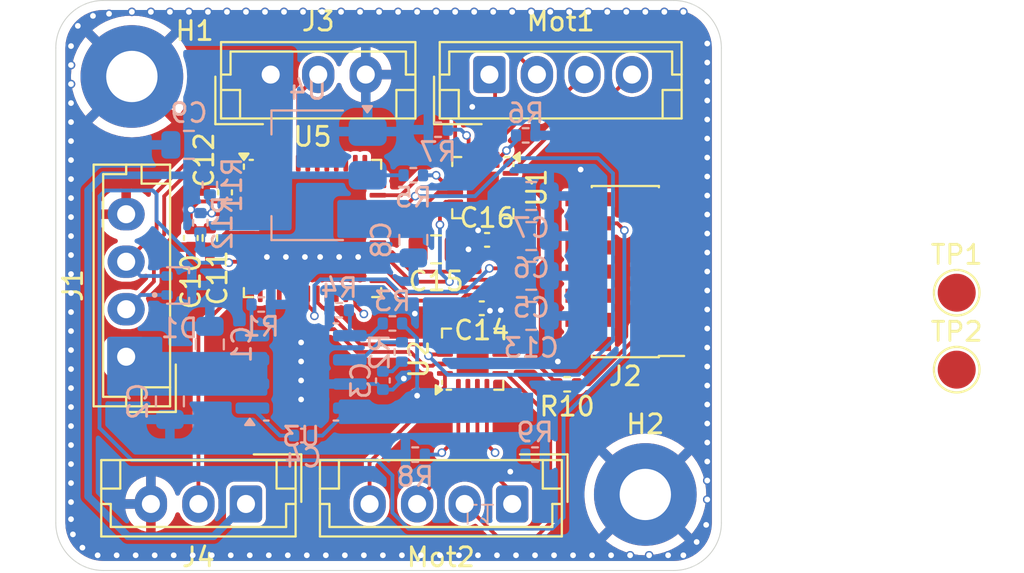
<source format=kicad_pcb>
(kicad_pcb (version 20240108) (generator "pcbnew") (generator_version "8.0")
  (layers (0 "F.Cu" signal) (31 "B.Cu" signal) (34 "B.Paste" user) (35 "F.Paste" user) (36 "B.SilkS" user "B.Silkscreen") (37 "F.SilkS" user "F.Silkscreen") (38 "B.Mask" user) (39 "F.Mask" user) (44 "Edge.Cuts" user))
  (net 0 "")
  (net 1 "GND")
  (net 2 "VBUS")
  (net 3 "Net-(C3-Pad1)")
  (net 4 "Net-(U3-BST)")
  (net 5 "Net-(U3-SW)")
  (net 6 "+9V")
  (net 7 "+3.3V")
  (net 8 "/TX")
  (net 9 "/RX")
  (net 10 "/SWDIO")
  (net 16 "/NRST")
  (net 19 "/SWCLK")
  (net 20 "/SwitchL")
  (net 21 "/SwitchR")
  (net 22 "Net-(U3-RT{slash}CLK)")
  (net 23 "Net-(U3-COMP)")
  (net 24 "Net-(U3-FB)")
  (net 25 "/{slash}PWM2")
  (net 26 "Net-(Mot1-Pin_3)")
  (net 27 "Net-(U1-AISEN)")
  (net 28 "/PWM2")
  (net 29 "Net-(Mot1-Pin_4)")
  (net 30 "Net-(U1-BISEN)")
  (net 31 "/{slash}sleep1")
  (net 32 "/PWM1")
  (net 33 "Net-(Mot1-Pin_2)")
  (net 34 "/nFault1")
  (net 35 "/{slash}PWM1")
  (net 36 "Net-(Mot1-Pin_1)")
  (net 37 "Net-(Mot2-Pin_3)")
  (net 38 "/{slash}PWM3")
  (net 39 "/{slash}PWM4")
  (net 40 "Net-(Mot2-Pin_2)")
  (net 41 "Net-(Mot2-Pin_1)")
  (net 42 "/PWM3")
  (net 43 "Net-(Mot2-Pin_4)")
  (net 44 "/PWM4")
  (net 45 "Net-(U2-BISEN)")
  (net 46 "/nFault2")
  (net 47 "Net-(U2-AISEN)")
  (net 48 "/{slash}sleep2")
  (net 49 "Net-(U5-VREF+)")
  (footprint "Resistor_SMD:R_0402_1005Metric" (layer "F.Cu") (at 108.1 112.5 -90)
    (property "Reference" "C11")
    (property "Value" "4.7u")
  )
  (footprint "Capacitor_SMD:C_0402_1005Metric" (layer "F.Cu") (at 122.4 116.2 180)
    (property "Reference" "C14")
    (property "Value" "100n")
  )
  (footprint "Capacitor_SMD:C_0805_2012Metric" (layer "F.Cu") (at 120 113.1 180)
    (property "Reference" "C15")
    (property "Value" "10u")
  )
  (footprint "Package_DFN_QFN:QFN-48-1EP_7x7mm_P0.5mm_EP5.6x5.6mm" (layer "F.Cu") (at 113.5 112)
    (property "Reference" "U5")
    (property "Value" "STM32G071CBUx")
  )
  (footprint "Connector_PinHeader_1.27mm:PinHeader_2x07_P1.27mm_Vertical_SMD" (layer "F.Cu") (at 129.95 114.27 180)
    (property "Reference" "J2")
    (property "Value" "Conn_ST_STDC14")
  )
  (footprint "Package_DFN_QFN:WQFN-16-1EP_3x3mm_P0.5mm_EP1.68x1.68mm" (layer "F.Cu") (at 122.4575 109.85 -90)
    (property "Reference" "U1")
    (property "Value" "~")
  )
  (footprint "TestPoint:TestPoint_Pad_D2.0mm" (layer "F.Cu") (at 147.375 119.43)
    (property "Reference" "TP2")
    (property "Value" "TestPoint")
  )
  (footprint "Capacitor_SMD:C_0402_1005Metric" (layer "F.Cu") (at 108.9 110.1 90)
    (property "Reference" "C12")
    (property "Value" "100n")
  )
  (footprint "Resistor_SMD:R_0402_1005Metric" (layer "F.Cu") (at 126.89 120.2 180)
    (property "Reference" "R10")
    (property "Value" "R_Small")
  )
  (footprint "Connector_JST:JST_EH_B4B-EH-A_1x04_P2.50mm_Vertical" (layer "F.Cu") (at 124 126.5 180)
    (property "Reference" "Mot2")
    (property "Value" "Conn_01x04_Pin")
  )
  (footprint "Capacitor_SMD:C_0402_1005Metric" (layer "F.Cu") (at 122.68 112.6)
    (property "Reference" "C16")
    (property "Value" "100n")
  )
  (footprint "Connector_JST:JST_EH_B4B-EH-A_1x04_P2.50mm_Vertical" (layer "F.Cu") (at 103.7 118.75 90)
    (property "Reference" "J1")
    (property "Value" "UART_IN")
  )
  (footprint "Connector_JST:JST_EH_B3B-EH-A_1x03_P2.50mm_Vertical" (layer "F.Cu") (at 111.3 103.9)
    (property "Reference" "J3")
    (property "Value" "Conn_01x03_Pin")
  )
  (footprint "Capacitor_SMD:C_0402_1005Metric" (layer "F.Cu") (at 107.1 112.5 -90)
    (property "Reference" "C10")
    (property "Value" "100n")
  )
  (footprint "Package_DFN_QFN:WQFN-16-1EP_3x3mm_P0.5mm_EP1.68x1.68mm" (layer "F.Cu") (at 121.92 118.88 90)
    (property "Reference" "U2")
    (property "Value" "~")
  )
  (footprint "TestPoint:TestPoint_Pad_D2.0mm" (layer "F.Cu") (at 147.375 115.38)
    (property "Reference" "TP1")
    (property "Value" "TestPoint")
  )
  (footprint "MountingHole:MountingHole_2.7mm_M2.5_Pad" (layer "F.Cu") (at 131 126)
    (property "Reference" "H2")
    (property "Value" "MountingHole_Pad" (hide yes))
  )
  (footprint "Connector_JST:JST_EH_B4B-EH-A_1x04_P2.50mm_Vertical" (layer "F.Cu") (at 122.8 103.9)
    (property "Reference" "Mot1")
    (property "Value" "Conn_01x04_Pin")
  )
  (footprint "Connector_JST:JST_EH_B3B-EH-A_1x03_P2.50mm_Vertical" (layer "F.Cu") (at 110 126.5 180)
    (property "Reference" "J4")
    (property "Value" "Conn_01x03_Pin")
  )
  (footprint "MountingHole:MountingHole_2.7mm_M2.5_Pad" (layer "F.Cu") (at 104 104)
    (property "Reference" "H1")
    (property "Value" "MountingHole_Pad")
  )
  (footprint "Resistor_SMD:R_0402_1005Metric" (layer "B.Cu") (at 110.8 116)
    (property "Reference" "R1")
    (property "Value" "200k")
  )
  (footprint "Capacitor_SMD:C_0805_2012Metric" (layer "B.Cu") (at 125 114.49)
    (property "Reference" "C5")
    (property "Value" "22u")
  )
  (footprint "MainBoard:PA5432.472NLT" (layer "B.Cu") (at 122.3 118.9)
    (property "Reference" "L1")
    (property "Value" "15u")
  )
  (footprint "Capacitor_SMD:C_0805_2012Metric" (layer "B.Cu") (at 125 116.6)
    (property "Reference" "C13")
    (property "Value" "10u")
  )
  (footprint "Capacitor_SMD:C_0805_2012Metric" (layer "B.Cu") (at 125 110.29)
    (property "Reference" "C7")
    (property "Value" "22u")
  )
  (footprint "Capacitor_SMD:C_0805_2012Metric" (layer "B.Cu") (at 118.8 112.6 -90)
    (property "Reference" "C8")
    (property "Value" "10u")
  )
  (footprint "Resistor_SMD:R_0402_1005Metric" (layer "B.Cu") (at 108.1 109.7 90)
    (property "Reference" "R11")
    (property "Value" "10k")
  )
  (footprint "Package_SO:SOIC-8-1EP_3.9x4.9mm_P1.27mm_EP2.95x4.9mm_Mask2.71x3.4mm" (layer "B.Cu") (at 112.9 119.55)
    (property "Reference" "U3")
    (property "Value" "~")
  )
  (footprint "Capacitor_SMD:C_0402_1005Metric" (layer "B.Cu") (at 113 122.9)
    (property "Reference" "C4")
    (property "Value" "100n")
  )
  (footprint "Capacitor_SMD:C_0402_1005Metric" (layer "B.Cu") (at 117.2 120 -90)
    (property "Reference" "C3")
    (property "Value" "2.2n")
  )
  (footprint "Resistor_SMD:R_0402_1005Metric" (layer "B.Cu") (at 107.6 111.7 90)
    (property "Reference" "R12")
    (property "Value" "10k")
  )
  (footprint "Capacitor_SMD:C_0805_2012Metric" (layer "B.Cu") (at 107 107.6 180)
    (property "Reference" "C9")
    (property "Value" "22u")
  )
  (footprint "Capacitor_SMD:C_0805_2012Metric" (layer "B.Cu") (at 108.1 118.1 90)
    (property "Reference" "C1")
    (property "Value" "10u")
  )
  (footprint "Package_TO_SOT_SMD:SOT-416" (layer "B.Cu") (at 106.5 115)
    (property "Reference" "D1")
    (property "Value" "ESD7C5.0DT5G")
  )
  (footprint "Resistor_SMD:R_0402_1005Metric" (layer "B.Cu") (at 118.8 109.2)
    (property "Reference" "R5")
    (property "Value" "R_Small")
  )
  (footprint "Resistor_SMD:R_0402_1005Metric" (layer "B.Cu") (at 120.1 106.8)
    (property "Reference" "R7")
    (property "Value" "400m")
  )
  (footprint "Capacitor_SMD:C_0805_2012Metric" (layer "B.Cu") (at 106 121.1 -90)
    (property "Reference" "C2")
    (property "Value" "10u")
  )
  (footprint "Resistor_SMD:R_0402_1005Metric" (layer "B.Cu") (at 125.2 123.9 180)
    (property "Reference" "R9")
    (property "Value" "400m")
  )
  (footprint "Resistor_SMD:R_0402_1005Metric" (layer "B.Cu") (at 117.7 117 180)
    (property "Reference" "R3")
    (property "Value" "100k")
  )
  (footprint "Resistor_SMD:R_0402_1005Metric" (layer "B.Cu") (at 114.9 116.3 180)
    (property "Reference" "R4")
    (property "Value" "11k")
  )
  (footprint "Resistor_SMD:R_0402_1005Metric" (layer "B.Cu") (at 118.9 123.9)
    (property "Reference" "R8")
    (property "Value" "400m")
  )
  (footprint "Capacitor_SMD:C_0805_2012Metric" (layer "B.Cu") (at 125 112.4)
    (property "Reference" "C6")
    (property "Value" "22u")
  )
  (footprint "Resistor_SMD:R_0402_1005Metric" (layer "B.Cu") (at 124.71 107.1 180)
    (property "Reference" "R6")
    (property "Value" "400m")
  )
  (footprint "Package_TO_SOT_SMD:SOT-223-3_TabPin2" (layer "B.Cu") (at 113.25 109.2 180)
    (property "Reference" "U4")
    (property "Value" "AZ1117-3.3")
  )
  (footprint "Resistor_SMD:R_0402_1005Metric" (layer "B.Cu") (at 118.2 118.5 -90)
    (property "Reference" "R2")
    (property "Value" "19.6k")
  )
  (gr_line (start 102.5 100) (end 132.5 100) (stroke (width 0.05)) (layer "Edge.Cuts"))
  (gr_line (start 100 127.5) (end 100 102.5) (stroke (width 0.05)) (layer "Edge.Cuts"))
  (gr_arc (start 135 127.5) (mid 134.267767 129.267767) (end 132.5 130) (stroke (width 0.05)) (layer "Edge.Cuts"))
  (gr_arc (start 132.5 100) (mid 134.267767 100.732233) (end 135 102.5) (stroke (width 0.05)) (layer "Edge.Cuts"))
  (gr_arc (start 100 102.5) (mid 100.732233 100.732233) (end 102.5 100) (stroke (width 0.05)) (layer "Edge.Cuts"))
  (gr_line (start 132.5 130) (end 102.5 130) (stroke (width 0.05)) (layer "Edge.Cuts"))
  (gr_arc (start 102.5 130) (mid 100.732233 129.267767) (end 100 127.5) (stroke (width 0.05)) (layer "Edge.Cuts"))
  (gr_line (start 135 102.5) (end 135 127.5) (stroke (width 0.05)) (layer "Edge.Cuts"))
  (segment (start 121.67 117.1225) (end 121.67 116.990614) (width 0.2) (layer "F.Cu") (net 1))
  (segment (start 122.7325 111.3325) (end 122.7325 112.1725) (width 0.2) (layer "F.Cu") (net 1))
  (segment (start 121.67 117.4225) (end 121.67 116.990614) (width 0.2) (layer "F.Cu") (net 1))
  (segment (start 122.7075 111.3075) (end 122.7325 111.3325) (width 0.2) (layer "F.Cu") (net 1))
  (segment (start 122.7325 112.1725) (end 123.16 112.6) (width 0.2) (layer "F.Cu") (net 1))
  (segment (start 121.67 116.990614) (end 121.67 116.651118) (width 0.2) (layer "F.Cu") (net 1))
  (segment (start 121.67 116.651118) (end 121.5 116.481118) (width 0.2) (layer "F.Cu") (net 1))
  (segment (start 121.638882 116.481118) (end 121.92 116.2) (width 0.2) (layer "F.Cu") (net 1))
  (segment (start 121.160504 116.481118) (end 118.880419 116.481118) (width 0.2) (layer "F.Cu") (net 1))
  (segment (start 121.5 116.481118) (end 121.160504 116.481118) (width 0.2) (layer "F.Cu") (net 1))
  (segment (start 121.160504 116.481118) (end 121.638882 116.481118) (width 0.2) (layer "F.Cu") (net 1))
  (via (at 132.2 129.2) (size 0.45) (drill 0.3) (layers "F.Cu" "B.Cu") (net 1))
  (via (at 104.2 129.2) (size 0.45) (drill 0.3) (layers "F.Cu" "B.Cu") (net 1))
  (via (at 134.256787 104.265823) (size 0.45) (drill 0.3) (layers "F.Cu" "B.Cu") (net 1))
  (via (at 100.8 117.4) (size 0.45) (drill 0.3) (layers "F.Cu" "B.Cu") (net 1))
  (via (at 111 100.6) (size 0.45) (drill 0.3) (layers "F.Cu" "B.Cu") (net 1))
  (via (at 130.2 129.2) (size 0.45) (drill 0.3) (layers "F.Cu" "B.Cu") (net 1))
  (via (at 112.9 121) (size 0.45) (drill 0.3) (layers "F.Cu" "B.Cu") (net 1))
  (via (at 105 100.6) (size 0.45) (drill 0.3) (layers "F.Cu" "B.Cu") (net 1))
  (via (at 127 100.6) (size 0.45) (drill 0.3) (layers "F.Cu" "B.Cu") (net 1))
  (via (at 132 100.6) (size 0.45) (drill 0.3) (layers "F.Cu" "B.Cu") (net 1))
  (via (at 114.2 129.2) (size 0.45) (drill 0.3) (layers "F.Cu" "B.Cu") (net 1))
  (via (at 134.256787 120.265823) (size 0.45) (drill 0.3) (layers "F.Cu" "B.Cu") (net 1))
  (via (at 119 100.6) (size 0.45) (drill 0.3) (layers "F.Cu" "B.Cu") (net 1))
  (via (at 100.8 120.4) (size 0.45) (drill 0.3) (layers "F.Cu" "B.Cu") (net 1))
  (via (at 134.256787 115.265823) (size 0.45) (drill 0.3) (layers "F.Cu" "B.Cu") (net 1))
  (via (at 100.8 110.4) (size 0.45) (drill 0.3) (layers "F.Cu" "B.Cu") (net 1))
  (via (at 123.2 129.2) (size 0.45) (drill 0.3) (layers "F.Cu" "B.Cu") (net 1))
  (via (at 134.256787 105.265823) (size 0.45) (drill 0.3) (layers "F.Cu" "B.Cu") (net 1))
  (via (at 100.8 103.4) (size 0.45) (drill 0.3) (layers "F.Cu" "B.Cu") (net 1))
  (via (at 107.2 129.2) (size 0.45) (drill 0.3) (layers "F.Cu" "B.Cu") (net 1))
  (via (at 134.256787 102.265823) (size 0.45) (drill 0.3) (layers "F.Cu" "B.Cu") (net 1))
  (via (at 111.2 129.2) (size 0.45) (drill 0.3) (layers "F.Cu" "B.Cu") (net 1))
  (via (at 100.8 105.4) (size 0.45) (drill 0.3) (layers "F.Cu" "B.Cu") (net 1))
  (via (at 110.2 129.2) (size 0.45) (drill 0.3) (layers "F.Cu" "B.Cu") (net 1))
  (via (at 134.256787 110.265823) (size 0.45) (drill 0.3) (layers "F.Cu" "B.Cu") (net 1))
  (via (at 100.8 108.4) (size 0.45) (drill 0.3) (layers "F.Cu" "B.Cu") (net 1))
  (via (at 134.256787 111.265823) (size 0.45) (drill 0.3) (layers "F.Cu" "B.Cu") (net 1))
  (via (at 116 100.6) (size 0.45) (drill 0.3) (layers "F.Cu" "B.Cu") (net 1))
  (via (at 114 100.6) (size 0.45) (drill 0.3) (layers "F.Cu" "B.Cu") (net 1))
  (via (at 100.8 116.4) (size 0.45) (drill 0.3) (layers "F.Cu" "B.Cu") (net 1))
  (via (at 123 100.6) (size 0.45) (drill 0.3) (layers "F.Cu" "B.Cu") (net 1))
  (via (at 123.9 124.8) (size 0.45) (drill 0.3) (layers "F.Cu" "B.Cu") (net 1))
  (via (at 100.8 106.4) (size 0.45) (drill 0.3) (layers "F.Cu" "B.Cu") (net 1))
  (via (at 100.8 122.4) (size 0.45) (drill 0.3) (layers "F.Cu" "B.Cu") (net 1))
  (via (at 134.256787 112.265823) (size 0.45) (drill 0.3) (layers "F.Cu" "B.Cu") (net 1))
  (via (at 112 100.6) (size 0.45) (drill 0.3) (layers "F.Cu" "B.Cu") (net 1))
  (via (at 130 100.6) (size 0.45) (drill 0.3) (layers "F.Cu" "B.Cu") (net 1))
  (via (at 116.2 129.2) (size 0.45) (drill 0.3) (layers "F.Cu" "B.Cu") (net 1))
  (via (at 115.2 129.2) (size 0.45) (drill 0.3) (layers "F.Cu" "B.Cu") (net 1))
  (via (at 134.256787 109.265823) (size 0.45) (drill 0.3) (layers "F.Cu" "B.Cu") (net 1))
  (via (at 100.8 126.4) (size 0.45) (drill 0.3) (layers "F.Cu" "B.Cu") (net 1))
  (via (at 114.9 113.5) (size 0.45) (drill 0.3) (layers "F.Cu" "B.Cu") (net 1))
  (via (at 109 100.6) (size 0.45) (drill 0.3) (layers "F.Cu" "B.Cu") (net 1))
  (via (at 112.9 118) (size 0.45) (drill 0.3) (layers "F.Cu" "B.Cu") (net 1))
  (via (at 100.8 124.4) (size 0.45) (drill 0.3) (layers "F.Cu" "B.Cu") (net 1))
  (via (at 134.256787 117.265823) (size 0.45) (drill 0.3) (layers "F.Cu" "B.Cu") (net 1))
  (via (at 124 100.6) (size 0.45) (drill 0.3) (layers "F.Cu" "B.Cu") (net 1))
  (via (at 126.4 119) (size 0.45) (drill 0.3) (layers "F.Cu" "B.Cu") (net 1))
  (via (at 122 100.6) (size 0.45) (drill 0.3) (layers "F.Cu" "B.Cu") (net 1))
  (via (at 100.8 114.4) (size 0.45) (drill 0.3) (layers "F.Cu" "B.Cu") (net 1))
  (via (at 112.1 113.5) (size 0.45) (drill 0.3) (layers "F.Cu" "B.Cu") (net 1))
  (via (at 101.953949 100.81147) (size 0.45) (drill 0.3) (layers "F.Cu" "B.Cu") (net 1))
  (via (at 134.256787 124.265823) (size 0.45) (drill 0.3) (layers "F.Cu" "B.Cu") (net 1))
  (via (at 134.256787 122.265823) (size 0.45) (drill 0.3) (layers "F.Cu" "B.Cu") (net 1))
  (via (at 100.8 123.4) (size 0.45) (drill 0.3) (layers "F.Cu" "B.Cu") (net 1))
  (via (at 134.256787 125.265823) (size 0.45) (drill 0.3) (layers "F.Cu" "B.Cu") (net 1))
  (via (at 121.2 129.2) (size 0.45) (drill 0.3) (layers "F.Cu" "B.Cu") (net 1))
  (via (at 134.256787 126.265823) (size 0.45) (drill 0.3) (layers "F.Cu" "B.Cu") (net 1))
  (via (at 118.880419 116.481118) (size 0.45) (drill 0.3) (layers "F.Cu" "B.Cu") (net 1))
  (via (at 111.1 113.5) (size 0.45) (drill 0.3) (layers "F.Cu" "B.Cu") (net 1))
  (via (at 121.9 105.6) (size 0.45) (drill 0.3) (layers "F.Cu" "B.Cu") (net 1))
  (via (at 109.2 129.2) (size 0.45) (drill 0.3) (layers "F.Cu" "B.Cu") (net 1))
  (via (at 118.3 119.9) (size 0.45) (drill 0.3) (layers "F.Cu" "B.Cu") (net 1))
  (via (at 110 100.6) (size 0.45) (drill 0.3) (layers "F.Cu" "B.Cu") (net 1))
  (via (at 127.2 129.2) (size 0.45) (drill 0.3) (layers "F.Cu" "B.Cu") (net 1))
  (via (at 100.9 128.1) (size 0.45) (drill 0.3) (layers "F.Cu" "B.Cu") (net 1))
  (via (at 105.2 129.2) (size 0.45) (drill 0.3) (layers "F.Cu" "B.Cu") (net 1))
  (via (at 126.2 129.2) (size 0.45) (drill 0.3) (layers "F.Cu" "B.Cu") (net 1))
  (via (at 134.256787 121.265823) (size 0.45) (drill 0.3) (layers "F.Cu" "B.Cu") (net 1))
  (via (at 118 100.6) (size 0.45) (drill 0.3) (layers "F.Cu" "B.Cu") (net 1))
  (via (at 117 100.6) (size 0.45) (drill 0.3) (layers "F.Cu" "B.Cu") (net 1))
  (via (at 134.256787 119.265823) (size 0.45) (drill 0.3) (layers "F.Cu" "B.Cu") (net 1))
  (via (at 134.256787 106.265823) (size 0.45) (drill 0.3) (layers "F.Cu" "B.Cu") (net 1))
  (via (at 134.2 127.6) (size 0.45) (drill 0.3) (layers "F.Cu" "B.Cu") (net 1))
  (via (at 101.158728 101.336622) (size 0.45) (drill 0.3) (layers "F.Cu" "B.Cu") (net 1))
  (via (at 100.8 111.4) (size 0.45) (drill 0.3) (layers "F.Cu" "B.Cu") (net 1))
  (via (at 125 100.6) (size 0.45) (drill 0.3) (layers "F.Cu" "B.Cu") (net 1))
  (via (at 134.256787 103.265823) (size 0.45) (drill 0.3) (layers "F.Cu" "B.Cu") (net 1))
  (via (at 133 129.2) (size 0.45) (drill 0.3) (layers "F.Cu" "B.Cu") (net 1))
  (via (at 134.256787 114.265823) (size 0.45) (drill 0.3) (layers "F.Cu" "B.Cu") (net 1))
  (via (at 112.2 129.2) (size 0.45) (drill 0.3) (layers "F.Cu" "B.Cu") (net 1))
  (via (at 113.2 129.2) (size 0.45) (drill 0.3) (layers "F.Cu" "B.Cu") (net 1))
  (via (at 125.2 129.2) (size 0.45) (drill 0.3) (layers "F.Cu" "B.Cu") (net 1))
  (via (at 100.8 119.4) (size 0.45) (drill 0.3) (layers "F.Cu" "B.Cu") (net 1))
  (via (at 127.6 108.9) (size 0.45) (drill 0.3) (layers "F.Cu" "B.Cu") (net 1))
  (via (at 108.2 129.2) (size 0.45) (drill 0.3) (layers "F.Cu" "B.Cu") (net 1))
  (via (at 134.256787 113.265823) (size 0.45) (drill 0.3) (layers "F.Cu" "B.Cu") (net 1))
  (via (at 113 100.6) (size 0.45) (drill 0.3) (layers "F.Cu" "B.Cu") (net 1))
  (via (at 102.8 100.7) (size 0.45) (drill 0.3) (layers "F.Cu" "B.Cu") (net 1))
  (via (at 100.8 125.4) (size 0.45) (drill 0.3) (layers "F.Cu" "B.Cu") (net 1))
  (via (at 120 100.6) (size 0.45) (drill 0.3) (layers "F.Cu" "B.Cu") (net 1))
  (via (at 100.8 113.4) (size 0.45) (drill 0.3) (layers "F.Cu" "B.Cu") (net 1))
  (via (at 129.2 129.2) (size 0.45) (drill 0.3) (layers "F.Cu" "B.Cu") (net 1))
  (via (at 106.2 129.2) (size 0.45) (drill 0.3) (layers "F.Cu" "B.Cu") (net 1))
  (via (at 121 100.6) (size 0.45) (drill 0.3) (layers "F.Cu" "B.Cu") (net 1))
  (via (at 108 100.6) (size 0.45) (drill 0.3) (layers "F.Cu" "B.Cu") (net 1))
  (via (at 113.9 113.5) (size 0.45) (drill 0.3) (layers "F.Cu" "B.Cu") (net 1))
  (via (at 126 100.6) (size 0.45) (drill 0.3) (layers "F.Cu" "B.Cu") (net 1))
  (via (at 100.8 118.4) (size 0.45) (drill 0.3) (layers "F.Cu" "B.Cu") (net 1))
  (via (at 104 100.6) (size 0.45) (drill 0.3) (layers "F.Cu" "B.Cu") (net 1))
  (via (at 119.2 129.2) (size 0.45) (drill 0.3) (layers "F.Cu" "B.Cu") (net 1))
  (via (at 103.2 129.2) (size 0.45) (drill 0.3) (layers "F.Cu" "B.Cu") (net 1))
  (via (at 118.2 129.2) (size 0.45) (drill 0.3) (layers "F.Cu" "B.Cu") (net 1))
  (via (at 117.2 129.2) (size 0.45) (drill 0.3) (layers "F.Cu" "B.Cu") (net 1))
  (via (at 100.8 115.4) (size 0.45) (drill 0.3) (layers "F.Cu" "B.Cu") (net 1))
  (via (at 115.9 113.5) (size 0.45) (drill 0.3) (layers "F.Cu" "B.Cu") (net 1))
  (via (at 133 100.6) (size 0.45) (drill 0.3) (layers "F.Cu" "B.Cu") (net 1))
  (via (at 133.7 128.5) (size 0.45) (drill 0.3) (layers "F.Cu" "B.Cu") (net 1))
  (via (at 134.256787 118.265823) (size 0.45) (drill 0.3) (layers "F.Cu" "B.Cu") (net 1))
  (via (at 134.256787 123.265823) (size 0.45) (drill 0.3) (layers "F.Cu" "B.Cu") (net 1))
  (via (at 131 100.6) (size 0.45) (drill 0.3) (layers "F.Cu" "B.Cu") (net 1))
  (via (at 100.8 112.4) (size 0.45) (drill 0.3) (layers "F.Cu" "B.Cu") (net 1))
  (via (at 100.8 127.3) (size 0.45) (drill 0.3) (layers "F.Cu" "B.Cu") (net 1))
  (via (at 107 100.6) (size 0.45) (drill 0.3) (layers "F.Cu" "B.Cu") (net 1))
  (via (at 100.8 104.4) (size 0.45) (drill 0.3) (layers "F.Cu" "B.Cu") (net 1))
  (via (at 101.4 128.8) (size 0.45) (drill 0.3) (layers "F.Cu" "B.Cu") (net 1))
  (via (at 106 100.6) (size 0.45) (drill 0.3) (layers "F.Cu" "B.Cu") (net 1))
  (via (at 134.256787 107.265823) (size 0.45) (drill 0.3) (layers "F.Cu" "B.Cu") (net 1))
  (via (at 134.256787 116.265823) (size 0.45) (drill 0.3) (layers "F.Cu" "B.Cu") (net 1))
  (via (at 131.2 129.2) (size 0.45) (drill 0.3) (layers "F.Cu" "B.Cu") (net 1))
  (via (at 102.2 129.2) (size 0.45) (drill 0.3) (layers "F.Cu" "B.Cu") (net 1))
  (via (at 122.2 129.2) (size 0.45) (drill 0.3) (layers "F.Cu" "B.Cu") (net 1))
  (via (at 124.2 129.2) (size 0.45) (drill 0.3) (layers "F.Cu" "B.Cu") (net 1))
  (via (at 100.8 121.4) (size 0.45) (drill 0.3) (layers "F.Cu" "B.Cu") (net 1))
  (via (at 100.8 109.4) (size 0.45) (drill 0.3) (layers "F.Cu" "B.Cu") (net 1))
  (via (at 115 100.6) (size 0.45) (drill 0.3) (layers "F.Cu" "B.Cu") (net 1))
  (via (at 112.9 119) (size 0.45) (drill 0.3) (layers "F.Cu" "B.Cu") (net 1))
  (via (at 100.8 102.4) (size 0.45) (drill 0.3) (layers "F.Cu" "B.Cu") (net 1))
  (via (at 128 100.6) (size 0.45) (drill 0.3) (layers "F.Cu" "B.Cu") (net 1))
  (via (at 113.1 113.5) (size 0.45) (drill 0.3) (layers "F.Cu" "B.Cu") (net 1))
  (via (at 112.9 120) (size 0.45) (drill 0.3) (layers "F.Cu" "B.Cu") (net 1))
  (via (at 129 100.6) (size 0.45) (drill 0.3) (layers "F.Cu" "B.Cu") (net 1))
  (via (at 100.8 107.4) (size 0.45) (drill 0.3) (layers "F.Cu" "B.Cu") (net 1))
  (via (at 134.256787 108.265823) (size 0.45) (drill 0.3) (layers "F.Cu" "B.Cu") (net 1))
  (via (at 128.2 129.2) (size 0.45) (drill 0.3) (layers "F.Cu" "B.Cu") (net 1))
  (via (at 120.2 129.2) (size 0.45) (drill 0.3) (layers "F.Cu" "B.Cu") (net 1))
  (segment (start 117.2 120.48) (end 117.72 120.48) (width 0.2) (layer "B.Cu") (net 1))
  (segment (start 117.72 120.48) (end 118.3 119.9) (width 0.2) (layer "B.Cu") (net 1))
  (segment (start 115.4625 120.185) (end 116.905 120.185) (width 0.2) (layer "B.Cu") (net 1))
  (segment (start 116.905 120.185) (end 117.2 120.48) (width 0.2) (layer "B.Cu") (net 1))
  (segment (start 117.69 119.52) (end 118.2 119.01) (width 0.2) (layer "B.Cu") (net 3))
  (segment (start 117.2 119.52) (end 117.69 119.52) (width 0.2) (layer "B.Cu") (net 3))
  (segment (start 110.3375 121.455) (end 111.7825 122.9) (width 0.2) (layer "B.Cu") (net 4))
  (segment (start 111.7825 122.9) (end 112.52 122.9) (width 0.2) (layer "B.Cu") (net 4))
  (via (at 119 120.8) (size 0.45) (drill 0.3) (layers "F.Cu" "B.Cu") (net 5))
  (segment (start 119 117.79) (end 119 120.8) (width 0.2) (layer "B.Cu") (net 5))
  (segment (start 113.48 122.9) (end 114.0175 122.9) (width 0.2) (layer "B.Cu") (net 5))
  (segment (start 115.49 121.4825) (end 115.4625 121.455) (width 0.2) (layer "B.Cu") (net 5))
  (segment (start 118.21 117) (end 119 117.79) (width 0.2) (layer "B.Cu") (net 5))
  (segment (start 114.0175 122.9) (end 115.4625 121.455) (width 0.2) (layer "B.Cu") (net 5))
  (segment (start 121.7 113.1) (end 122.2 112.6) (width 0.2) (layer "F.Cu") (net 6))
  (segment (start 122.830307 116.330307) (end 122.17 116.990614) (width 0.2) (layer "F.Cu") (net 6))
  (segment (start 123.4 116.3) (end 122.860614 116.3) (width 0.2) (layer "F.Cu") (net 6))
  (segment (start 122.2 112.6) (end 122.2 111.315) (width 0.2) (layer "F.Cu") (net 6))
  (segment (start 120.95 113.1) (end 121.7 113.1) (width 0.2) (layer "F.Cu") (net 6))
  (segment (start 122.17 116.990614) (end 122.17 117.1225) (width 0.2) (layer "F.Cu") (net 6))
  (segment (start 122.2 111.315) (end 122.2075 111.3075) (width 0.2) (layer "F.Cu") (net 6))
  (segment (start 122.860614 116.3) (end 122.830307 116.330307) (width 0.2) (layer "F.Cu") (net 6))
  (via (at 122.830307 116.330307) (size 0.45) (drill 0.3) (layers "F.Cu" "B.Cu") (net 6))
  (via (at 123.4 116.3) (size 0.45) (drill 0.3) (layers "F.Cu" "B.Cu") (net 6))
  (via (at 122.2075 112.1) (size 0.45) (drill 0.3) (layers "F.Cu" "B.Cu") (net 6))
  (via (at 121.7 113.1) (size 0.45) (drill 0.3) (layers "F.Cu" "B.Cu") (net 6))
  (segment (start 109.440614 110.58) (end 109.610614 110.75) (width 0.2) (layer "F.Cu") (net 7))
  (segment (start 107.1 111) (end 107.52 110.58) (width 0.2) (layer "F.Cu") (net 7))
  (segment (start 130.4 117.85) (end 130.4 117.2) (width 0.2) (layer "F.Cu") (net 7))
  (segment (start 127.4 120.2) (end 128.05 120.2) (width 0.2) (layer "F.Cu") (net 7))
  (segment (start 107.52 110.58) (end 109.440614 110.58) (width 0.2) (layer "F.Cu") (net 7))
  (segment (start 128.05 120.2) (end 130.4 117.85) (width 0.2) (layer "F.Cu") (net 7))
  (segment (start 109.610614 110.75) (end 110.0625 110.75) (width 0.2) (layer "F.Cu") (net 7))
  (segment (start 108.61 111.99) (end 108.85 111.75) (width 0.2) (layer "F.Cu") (net 7))
  (segment (start 108.85 111.75) (end 110.0625 111.75) (width 0.2) (layer "F.Cu") (net 7))
  (segment (start 107.1 111) (end 107.1 111.99) (width 0.2) (layer "F.Cu") (net 7))
  (segment (start 107.1 111.99) (end 108.61 111.99) (width 0.2) (layer "F.Cu") (net 7))
  (segment (start 130.79 116.81) (end 131.9 116.81) (width 0.2) (layer "F.Cu") (net 7))
  (segment (start 130.4 117.2) (end 130.79 116.81) (width 0.2) (layer "F.Cu") (net 7))
  (via (at 107.1 111) (size 0.45) (drill 0.3) (layers "F.Cu" "B.Cu") (net 7))
  (segment (start 108.3 128.2) (end 110 126.5) (width 0.4) (layer "B.Cu") (net 7))
  (segment (start 110.1 105.1) (end 111.3 103.9) (width 0.4) (layer "B.Cu") (net 7))
  (segment (start 110.1 109.2) (end 102.5 109.2) (width 0.4) (layer "B.Cu") (net 7))
  (segment (start 101.7 126.1) (end 103.8 128.2) (width 0.4) (layer "B.Cu") (net 7))
  (segment (start 101.7 110) (end 101.7 126.1) (width 0.4) (layer "B.Cu") (net 7))
  (segment (start 102.5 109.2) (end 101.7 110) (width 0.4) (layer "B.Cu") (net 7))
  (segment (start 118.29 109.2) (end 116.4 109.2) (width 0.2) (layer "B.Cu") (net 7))
  (segment (start 110.1 109.2) (end 110.1 105.1) (width 0.4) (layer "B.Cu") (net 7))
  (segment (start 116.4 109.2) (end 110.1 109.2) (width 0.4) (layer "B.Cu") (net 7))
  (segment (start 103.8 128.2) (end 108.3 128.2) (width 0.4) (layer "B.Cu") (net 7))
  (segment (start 111.1 106.6) (end 108.8 106.6) (width 0.2) (layer "F.Cu") (net 8))
  (segment (start 112.25 108.5625) (end 112.25 107.75) (width 0.2) (layer "F.Cu") (net 8))
  (segment (start 112.25 107.75) (end 111.1 106.6) (width 0.2) (layer "F.Cu") (net 8))
  (segment (start 105.3 112.15) (end 103.7 113.75) (width 0.2) (layer "F.Cu") (net 8))
  (segment (start 108.8 106.6) (end 105.3 110.1) (width 0.2) (layer "F.Cu") (net 8))
  (segment (start 105.3 110.1) (end 105.3 112.15) (width 0.2) (layer "F.Cu") (net 8))
  (segment (start 104.45 114.5) (end 103.7 113.75) (width 0.2) (layer "B.Cu") (net 8))
  (segment (start 105.85 114.5) (end 104.45 114.5) (width 0.2) (layer "B.Cu") (net 8))
  (segment (start 105.7 110.3) (end 105.7 112.315686) (width 0.2) (layer "F.Cu") (net 9))
  (segment (start 111.75 108.5625) (end 111.75 107.95) (width 0.2) (layer "F.Cu") (net 9))
  (segment (start 110.8 107) (end 109 107) (width 0.2) (layer "F.Cu") (net 9))
  (segment (start 105.157843 112.857843) (end 105.157843 114.792157) (width 0.2) (layer "F.Cu") (net 9))
  (segment (start 105.7 112.315686) (end 105.157843 112.857843) (width 0.2) (layer "F.Cu") (net 9))
  (segment (start 111.75 107.95) (end 110.8 107) (width 0.2) (layer "F.Cu") (net 9))
  (segment (start 109 107) (end 105.7 110.3) (width 0.2) (layer "F.Cu") (net 9))
  (segment (start 105.157843 114.792157) (end 103.7 116.25) (width 0.2) (layer "F.Cu") (net 9))
  (segment (start 105.85 115.5) (end 104.45 115.5) (width 0.2) (layer "B.Cu") (net 9))
  (segment (start 104.45 115.5) (end 103.7 116.25) (width 0.2) (layer "B.Cu") (net 9))
  (segment (start 129.53 111.73) (end 129.9 112.1) (width 0.2) (layer "F.Cu") (net 16))
  (segment (start 128 111.73) (end 129.53 111.73) (width 0.2) (layer "F.Cu") (net 16))
  (segment (start 109.15 113.75) (end 109.1 113.8) (width 0.2) (layer "F.Cu") (net 16))
  (segment (start 110.0625 113.75) (end 109.15 113.75) (width 0.2) (layer "F.Cu") (net 16))
  (via (at 129.9 112.1) (size 0.45) (drill 0.3) (layers "F.Cu" "B.Cu") (net 16))
  (via (at 109.1 113.8) (size 0.45) (drill 0.3) (layers "F.Cu" "B.Cu") (net 16))
  (segment (start 105.3 110.2) (end 105.1 110) (width 0.2) (layer "B.Cu") (net 16))
  (segment (start 117.7 125) (end 117.7 126.951346) (width 0.2) (layer "B.Cu") (net 16))
  (segment (start 102.3 122.5) (end 104 124.2) (width 0.2) (layer "B.Cu") (net 16))
  (segment (start 102.6 110) (end 102.3 110.3) (width 0.2) (layer "B.Cu") (net 16))
  (segment (start 126.7 127.2) (end 126.7 121.9) (width 0.2) (layer "B.Cu") (net 16))
  (segment (start 109.1 113.8) (end 107.5 113.8) (width 0.2) (layer "B.Cu") (net 16))
  (segment (start 129.9 118.7) (end 129.9 112.1) (width 0.2) (layer "B.Cu") (net 16))
  (segment (start 118.548654 127.8) (end 126.1 127.8) (width 0.2) (layer "B.Cu") (net 16))
  (segment (start 102.3 110.3) (end 102.3 122.5) (width 0.2) (layer "B.Cu") (net 16))
  (segment (start 105.3 111.6) (end 105.3 110.2) (width 0.2) (layer "B.Cu") (net 16))
  (segment (start 117.7 126.951346) (end 118.548654 127.8) (width 0.2) (layer "B.Cu") (net 16))
  (segment (start 105.1 110) (end 102.6 110) (width 0.2) (layer "B.Cu") (net 16))
  (segment (start 126.7 121.9) (end 129.9 118.7) (width 0.2) (layer "B.Cu") (net 16))
  (segment (start 107.5 113.8) (end 105.3 111.6) (width 0.2) (layer "B.Cu") (net 16))
  (segment (start 126.1 127.8) (end 126.7 127.2) (width 0.2) (layer "B.Cu") (net 16))
  (segment (start 116.9 124.2) (end 117.7 125) (width 0.2) (layer "B.Cu") (net 16))
  (segment (start 104 124.2) (end 116.9 124.2) (width 0.2) (layer "B.Cu") (net 16))
  (segment (start 113.8 103.9) (end 112.75 104.95) (width 0.2) (layer "F.Cu") (net 20))
  (segment (start 112.75 104.95) (end 112.75 108.5625) (width 0.2) (layer "F.Cu") (net 20))
  (segment (start 107.5 117.3125) (end 110.0625 114.75) (width 0.2) (layer "F.Cu") (net 21))
  (segment (start 107.5 126.5) (end 107.5 117.3125) (width 0.2) (layer "F.Cu") (net 21))
  (segment (start 110.29 116) (end 110.29 117.5975) (width 0.2) (layer "B.Cu") (net 22))
  (segment (start 110.29 117.5975) (end 110.3375 117.645) (width 0.2) (layer "B.Cu") (net 22))
  (segment (start 118.2 117.99) (end 117.01 117.99) (width 0.2) (layer "B.Cu") (net 23))
  (segment (start 117.01 117.99) (end 116.085 118.915) (width 0.2) (layer "B.Cu") (net 23))
  (segment (start 116.085 118.915) (end 115.4625 118.915) (width 0.2) (layer "B.Cu") (net 23))
  (segment (start 115.4625 116.3525) (end 115.4625 117.645) (width 0.2) (layer "B.Cu") (net 24))
  (segment (start 115.41 116.3) (end 115.4625 116.3525) (width 0.2) (layer "B.Cu") (net 24))
  (segment (start 116.545 117.645) (end 117.19 117) (width 0.2) (layer "B.Cu") (net 24))
  (segment (start 115.4625 117.645) (end 116.545 117.645) (width 0.2) (layer "B.Cu") (net 24))
  (segment (start 114.075 116.175) (end 114.035614 116.175) (width 0.2) (layer "F.Cu") (net 25))
  (segment (start 116 118.1) (end 114.075 116.175) (width 0.2) (layer "F.Cu") (net 25))
  (segment (start 120.4325 118.1) (end 116 118.1) (width 0.2) (layer "F.Cu") (net 25))
  (segment (start 120.4625 118.13) (end 120.4325 118.1) (width 0.2) (layer "F.Cu") (net 25))
  (segment (start 114.035614 116.175) (end 113.75 115.889386) (width 0.2) (layer "F.Cu") (net 25))
  (segment (start 113.75 115.889386) (end 113.75 115.4375) (width 0.2) (layer "F.Cu") (net 25))
  (segment (start 124.468114 106.2) (end 125.5 106.2) (width 0.2) (layer "F.Cu") (net 26))
  (segment (start 122.7075 108.3925) (end 122.7075 107.960614) (width 0.2) (layer "F.Cu") (net 26))
  (segment (start 122.7075 107.960614) (end 124.468114 106.2) (width 0.2) (layer "F.Cu") (net 26))
  (segment (start 125.5 106.2) (end 127.8 103.9) (width 0.2) (layer "F.Cu") (net 26))
  (segment (start 123.2075 108.3925) (end 123.7 107.9) (width 0.2) (layer "F.Cu") (net 27))
  (via (at 123.7 107.9) (size 0.45) (drill 0.3) (layers "F.Cu" "B.Cu") (net 27))
  (segment (start 124.2 107.4) (end 124.2 107.1) (width 0.2) (layer "B.Cu") (net 27))
  (segment (start 123.7 107.9) (end 124.2 107.4) (width 0.2) (layer "B.Cu") (net 27))
  (segment (start 118.45 110.75) (end 116.9375 110.75) (width 0.2) (layer "F.Cu") (net 28))
  (segment (start 120.4625 118.63) (end 119.67 118.63) (width 0.2) (layer "F.Cu") (net 28))
  (segment (start 119.67 118.63) (end 119.6 118.7) (width 0.2) (layer "F.Cu") (net 28))
  (segment (start 118.9 110.3) (end 118.45 110.75) (width 0.2) (layer "F.Cu") (net 28))
  (via (at 119.6 118.7) (size 0.45) (drill 0.3) (layers "F.Cu" "B.Cu") (net 28))
  (via (at 118.9 110.3) (size 0.45) (drill 0.3) (layers "F.Cu" "B.Cu") (net 28))
  (segment (start 129.3 117.9) (end 129.3 109.1) (width 0.2) (layer "B.Cu") (net 28))
  (segment (start 124.042463 108.3) (end 122.042463 110.3) (width 0.2) (layer "B.Cu") (net 28))
  (segment (start 128.5 108.3) (end 124.042463 108.3) (width 0.2) (layer "B.Cu") (net 28))
  (segment (start 127.5 119.7) (end 129.3 117.9) (width 0.2) (layer "B.Cu") (net 28))
  (segment (start 119.6 118.7) (end 120.6 119.7) (width 0.2) (layer "B.Cu") (net 28))
  (segment (start 129.3 109.1) (end 128.5 108.3) (width 0.2) (layer "B.Cu") (net 28))
  (segment (start 120.6 119.7) (end 127.5 119.7) (width 0.2) (layer "B.Cu") (net 28))
  (segment (start 122.042463 110.3) (end 118.9 110.3) (width 0.2) (layer "B.Cu") (net 28))
  (segment (start 127.5 106.7) (end 130.3 103.9) (width 0.2) (layer "F.Cu") (net 29))
  (segment (start 123.915 109.1) (end 126.315 106.7) (width 0.2) (layer "F.Cu") (net 29))
  (segment (start 126.315 106.7) (end 127.5 106.7) (width 0.2) (layer "F.Cu") (net 29))
  (segment (start 121.6 107.1) (end 121.7075 107.2075) (width 0.2) (layer "F.Cu") (net 30))
  (segment (start 121.7075 107.2075) (end 121.7075 108.3925) (width 0.2) (layer "F.Cu") (net 30))
  (via (at 121.6 107.1) (size 0.45) (drill 0.3) (layers "F.Cu" "B.Cu") (net 30))
  (segment (start 120.61 106.8) (end 121.3 106.8) (width 0.2) (layer "B.Cu") (net 30))
  (segment (start 121.3 106.8) (end 121.6 107.1) (width 0.2) (layer "B.Cu") (net 30))
  (segment (start 115.75 115.4375) (end 115.75 116.05) (width 0.2) (layer "F.Cu") (net 31))
  (segment (start 115.75 116.05) (end 116.2 116.5) (width 0.2) (layer "F.Cu") (net 31))
  (via (at 116.2 116.5) (size 0.45) (drill 0.3) (layers "F.Cu" "B.Cu") (net 31))
  (segment (start 121.342463 114.7) (end 124.1 114.7) (width 0.2) (layer "F.Cu") (net 32))
  (segment (start 124.7 110.1) (end 123.915 110.1) (width 0.2) (layer "F.Cu") (net 32))
  (segment (start 124.1 114.7) (end 125.4 113.4) (width 0.2) (layer "F.Cu") (net 32))
  (segment (start 120.917463 114.275) (end 121.342463 114.7) (width 0.2) (layer "F.Cu") (net 32))
  (segment (start 125.4 110.8) (end 124.7 110.1) (width 0.2) (layer "F.Cu") (net 32))
  (segment (start 117.690256 113.25) (end 118.715256 114.275) (width 0.2) (layer "F.Cu") (net 32))
  (segment (start 125.4 113.4) (end 125.4 110.8) (width 0.2) (layer "F.Cu") (net 32))
  (segment (start 116.9375 113.25) (end 117.690256 113.25) (width 0.2) (layer "F.Cu") (net 32))
  (segment (start 118.715256 114.275) (end 120.917463 114.275) (width 0.2) (layer "F.Cu") (net 32))
  (segment (start 121 103.3) (end 122 102.3) (width 0.2) (layer "F.Cu") (net 33))
  (segment (start 123.7 102.3) (end 125.3 103.9) (width 0.2) (layer "F.Cu") (net 33))
  (segment (start 121 109.1) (end 121 103.3) (width 0.2) (layer "F.Cu") (net 33))
  (segment (start 122 102.3) (end 123.7 102.3) (width 0.2) (layer "F.Cu") (net 33))
  (segment (start 120.4 109.6) (end 120.25 109.45) (width 0.2) (layer "F.Cu") (net 34))
  (segment (start 121 109.6) (end 120.4 109.6) (width 0.2) (layer "F.Cu") (net 34))
  (segment (start 120.25 109.45) (end 120 109.2) (width 0.2) (layer "F.Cu") (net 34))
  (segment (start 118.15 110.25) (end 116.9375 110.25) (width 0.2) (layer "F.Cu") (net 34))
  (segment (start 120 109.2) (end 119.2 109.2) (width 0.2) (layer "F.Cu") (net 34))
  (segment (start 119.2 109.2) (end 118.15 110.25) (width 0.2) (layer "F.Cu") (net 34))
  (via (at 120 109.2) (size 0.45) (drill 0.3) (layers "F.Cu" "B.Cu") (net 34))
  (segment (start 120 109.2) (end 120.1 109.2) (width 0.2) (layer "B.Cu") (net 34))
  (segment (start 119.51 109.2) (end 120 109.2) (width 0.2) (layer "B.Cu") (net 34))
  (segment (start 124.134314 114.1) (end 125 113.234314) (width 0.2) (layer "F.Cu") (net 35))
  (segment (start 113.25 116.05) (end 113.25 115.4375) (width 0.2) (layer "F.Cu") (net 35))
  (segment (start 122.8 114.1) (end 124.134314 114.1) (width 0.2) (layer "F.Cu") (net 35))
  (segment (start 124.634314 110.6) (end 123.915 110.6) (width 0.2) (layer "F.Cu") (net 35))
  (segment (start 113.6 116.4) (end 113.25 116.05) (width 0.2) (layer "F.Cu") (net 35))
  (segment (start 113.6 116.6) (end 113.6 116.4) (width 0.2) (layer "F.Cu") (net 35))
  (segment (start 125 110.965686) (end 124.634314 110.6) (width 0.2) (layer "F.Cu") (net 35))
  (segment (start 125 113.234314) (end 125 110.965686) (width 0.2) (layer "F.Cu") (net 35))
  (via (at 113.6 116.6) (size 0.45) (drill 0.3) (layers "F.Cu" "B.Cu") (net 35))
  (via (at 122.8 114.1) (size 0.45) (drill 0.3) (layers "F.Cu" "B.Cu") (net 35))
  (segment (start 113.6 115) (end 113.92 114.68) (width 0.2) (layer "B.Cu") (net 35))
  (segment (start 113.6 116.6) (end 113.6 115) (width 0.2) (layer "B.Cu") (net 35))
  (segment (start 118.031838 115.325) (end 121.575 115.325) (width 0.2) (layer "B.Cu") (net 35))
  (segment (start 121.575 115.325) (end 122.8 114.1) (width 0.2) (layer "B.Cu") (net 35))
  (segment (start 113.92 114.68) (end 117.386838 114.68) (width 0.2) (layer "B.Cu") (net 35))
  (segment (start 117.386838 114.68) (end 118.031838 115.325) (width 0.2) (layer "B.Cu") (net 35))
  (segment (start 122.2075 108.3925) (end 122.2075 107.894928) (width 0.2) (layer "F.Cu") (net 36))
  (segment (start 123.1 107.002428) (end 123.1 104.2) (width 0.2) (layer "F.Cu") (net 36))
  (segment (start 123.1 104.2) (end 122.8 103.9) (width 0.2) (layer "F.Cu") (net 36))
  (segment (start 122.2075 107.894928) (end 123.1 107.002428) (width 0.2) (layer "F.Cu") (net 36))
  (segment (start 119 126.3) (end 119 126.5) (width 0.2) (layer "F.Cu") (net 37))
  (segment (start 121.67 120.0375) (end 121.67 123.63) (width 0.2) (layer "F.Cu") (net 37))
  (segment (start 121.67 123.63) (end 119 126.3) (width 0.2) (layer "F.Cu") (net 37))
  (segment (start 120.2 111.8) (end 120.2 110.9) (width 0.2) (layer "F.Cu") (net 38))
  (segment (start 120.2 110.9) (end 120.5 110.6) (width 0.2) (layer "F.Cu") (net 38))
  (segment (start 120.5 110.6) (end 121 110.6) (width 0.2) (layer "F.Cu") (net 38))
  (segment (start 118.67457 114.8) (end 120.7 114.8) (width 0.2) (layer "F.Cu") (net 38))
  (segment (start 117.62457 113.75) (end 118.67457 114.8) (width 0.2) (layer "F.Cu") (net 38))
  (segment (start 116.9375 113.75) (end 117.62457 113.75) (width 0.2) (layer "F.Cu") (net 38))
  (segment (start 120.7 114.8) (end 120.6 114.8) (width 0.2) (layer "F.Cu") (net 38))
  (via (at 120.7 114.8) (size 0.45) (drill 0.3) (layers "F.Cu" "B.Cu") (net 38))
  (via (at 120.2 111.8) (size 0.45) (drill 0.3) (layers "F.Cu" "B.Cu") (net 38))
  (segment (start 120.2 111.8) (end 120.2 114.3) (width 0.2) (layer "B.Cu") (net 38))
  (segment (start 120.2 114.3) (end 120.7 114.8) (width 0.2) (layer "B.Cu") (net 38))
  (segment (start 124.7 117.634314) (end 124.204314 118.13) (width 0.2) (layer "F.Cu") (net 39))
  (segment (start 121.265686 115.8) (end 121.565686 115.5) (width 0.2) (layer "F.Cu") (net 39))
  (segment (start 121.565686 115.5) (end 123.934314 115.5) (width 0.2) (layer "F.Cu") (net 39))
  (segment (start 118.4 115.8) (end 121.265686 115.8) (width 0.2) (layer "F.Cu") (net 39))
  (segment (start 123.934314 115.5) (end 124.7 116.265686) (width 0.2) (layer "F.Cu") (net 39))
  (segment (start 124.204314 118.13) (end 123.3775 118.13) (width 0.2) (layer "F.Cu") (net 39))
  (segment (start 124.7 116.265686) (end 124.7 117.634314) (width 0.2) (layer "F.Cu") (net 39))
  (segment (start 117.35 114.75) (end 118.4 115.8) (width 0.2) (layer "F.Cu") (net 39))
  (segment (start 116.9375 114.75) (end 117.35 114.75) (width 0.2) (layer "F.Cu") (net 39))
  (segment (start 123.2 128.2) (end 121.5 126.5) (width 0.2) (layer "F.Cu") (net 40))
  (segment (start 123.3775 119.63) (end 123.6775 119.63) (width 0.2) (layer "F.Cu") (net 40))
  (segment (start 123.6775 119.63) (end 126 121.9525) (width 0.2) (layer "F.Cu") (net 40))
  (segment (start 126 127.5) (end 125.3 128.2) (width 0.2) (layer "F.Cu") (net 40))
  (segment (start 126 121.9525) (end 126 127.5) (width 0.2) (layer "F.Cu") (net 40))
  (segment (start 125.3 128.2) (end 123.2 128.2) (width 0.2) (layer "F.Cu") (net 40))
  (segment (start 124 126.5) (end 124 125.9) (width 0.2) (layer "F.Cu") (net 41))
  (segment (start 122.17 124.07) (end 122.17 120.0375) (width 0.2) (layer "F.Cu") (net 41))
  (segment (start 124 125.9) (end 122.17 124.07) (width 0.2) (layer "F.Cu") (net 41))
  (segment (start 120.1 110.1) (end 121 110.1) (width 0.2) (layer "F.Cu") (net 42))
  (segment (start 116.9375 111.25) (end 118.95 111.25) (width 0.2) (layer "F.Cu") (net 42))
  (segment (start 118.95 111.25) (end 120.1 110.1) (width 0.2) (layer "F.Cu") (net 42))
  (segment (start 120.4625 119.63) (end 120.4625 120.3375) (width 0.2) (layer "F.Cu") (net 43))
  (segment (start 116.5 124.3) (end 116.5 126.5) (width 0.2) (layer "F.Cu") (net 43))
  (segment (start 120.4625 120.3375) (end 116.5 124.3) (width 0.2) (layer "F.Cu") (net 43))
  (segment (start 124.1 115.1) (end 125.1 116.1) (width 0.2) (layer "F.Cu") (net 44))
  (segment (start 121.4 115.1) (end 124.1 115.1) (width 0.2) (layer "F.Cu") (net 44))
  (segment (start 118.565686 115.4) (end 121.1 115.4) (width 0.2) (layer "F.Cu") (net 44))
  (segment (start 125.1 116.1) (end 125.1 117.8) (width 0.2) (layer "F.Cu") (net 44))
  (segment (start 121.1 115.4) (end 121.4 115.1) (width 0.2) (layer "F.Cu") (net 44))
  (segment (start 124.27 118.63) (end 123.3775 118.63) (width 0.2) (layer "F.Cu") (net 44))
  (segment (start 117.415686 114.25) (end 118.565686 115.4) (width 0.2) (layer "F.Cu") (net 44))
  (segment (start 125.1 117.8) (end 124.27 118.63) (width 0.2) (layer "F.Cu") (net 44))
  (segment (start 116.9375 114.25) (end 117.415686 114.25) (width 0.2) (layer "F.Cu") (net 44))
  (segment (start 122.67 123.37) (end 122.67 120.0375) (width 0.2) (layer "F.Cu") (net 45))
  (segment (start 123.1 123.8) (end 122.67 123.37) (width 0.2) (layer "F.Cu") (net 45))
  (via (at 123.1 123.8) (size 0.45) (drill 0.3) (layers "F.Cu" "B.Cu") (net 45))
  (segment (start 123.3775 119.13) (end 125.31 119.13) (width 0.2) (layer "F.Cu") (net 46))
  (segment (start 125.31 119.13) (end 126.38 120.2) (width 0.2) (layer "F.Cu") (net 46))
  (segment (start 121.17 120.0375) (end 121.17 122.93) (width 0.2) (layer "F.Cu") (net 47))
  (segment (start 121.17 122.93) (end 120.3 123.8) (width 0.2) (layer "F.Cu") (net 47))
  (via (at 120.3 123.8) (size 0.45) (drill 0.3) (layers "F.Cu" "B.Cu") (net 47))
  (segment (start 119.41 123.9) (end 120.2 123.9) (width 0.2) (layer "B.Cu") (net 47))
  (segment (start 120.2 123.9) (end 120.3 123.8) (width 0.2) (layer "B.Cu") (net 47))
  (segment (start 120.4625 119.13) (end 119.912463 119.13) (width 0.2) (layer "F.Cu") (net 48))
  (segment (start 119.382537 119.225) (end 118.657537 118.5) (width 0.2) (layer "F.Cu") (net 48))
  (segment (start 113.075 116.775) (end 112.25 115.95) (width 0.2) (layer "F.Cu") (net 48))
  (segment (start 113.557537 117.3) (end 113.075 116.817463) (width 0.2) (layer "F.Cu") (net 48))
  (segment (start 112.25 115.95) (end 112.25 115.4375) (width 0.2) (layer "F.Cu") (net 48))
  (segment (start 119.817463 119.225) (end 119.382537 119.225) (width 0.2) (layer "F.Cu") (net 48))
  (segment (start 113.075 116.817463) (end 113.075 116.775) (width 0.2) (layer "F.Cu") (net 48))
  (segment (start 118.657537 118.5) (end 115.834314 118.5) (width 0.2) (layer "F.Cu") (net 48))
  (segment (start 114.634314 117.3) (end 113.557537 117.3) (width 0.2) (layer "F.Cu") (net 48))
  (segment (start 119.912463 119.13) (end 119.817463 119.225) (width 0.2) (layer "F.Cu") (net 48))
  (segment (start 115.834314 118.5) (end 114.634314 117.3) (width 0.2) (layer "F.Cu") (net 48))
  (segment (start 108.2 111.195) (end 108.255 111.25) (width 0.2) (layer "F.Cu") (net 49))
  (segment (start 108.255 111.25) (end 110.0625 111.25) (width 0.2) (layer "F.Cu") (net 49))
  (via (at 108.2 111.195) (size 0.45) (drill 0.3) (layers "F.Cu" "B.Cu") (net 49))
  (segment (start 108.2 111.195) (end 108.2 110.8) (width 0.2) (layer "B.Cu") (net 49))
  (segment (start 107.99 110.59) (end 107.99 110.1) (width 0.2) (layer "B.Cu") (net 49))
  (segment (start 107.605 111.195) (end 107.6 111.19) (width 0.2) (layer "B.Cu") (net 49))
  (segment (start 108.2 111.195) (end 107.605 111.195) (width 0.2) (layer "B.Cu") (net 49))
  (segment (start 107.6 111.19) (end 107.625 111.165) (width 0.2) (layer "B.Cu") (net 49))
  (segment (start 108.2 110.8) (end 107.99 110.59) (width 0.2) (layer "B.Cu") (net 49))
  (zone (net 1) (net_name "GND") (layers "F&B.Cu") (connect_pads (clearance 0.2)) (min_thickness 0.25) (fill yes (thermal_gap 0.5) (thermal_bridge_width 0.5))
    (polygon (pts (xy 100 100) (xy 135 100) (xy 135 130) (xy 100 130)))
  )
  (zone (net 6) (net_name "+9V") (layer "B.Cu") (priority 3) (connect_pads yes (clearance 0.2)) (min_thickness 0.25) (fill yes (thermal_gap 0.5) (thermal_bridge_width 0.5))
    (polygon (pts (xy 119.3 118.6) (xy 125.4 118.6) (xy 125.4 109.3) (xy 122.7 109.3) (xy 122.7 110.5) (xy 114.8 110.5) (xy 114.8 112.5) (xy 119.3 112.5)))
  )
  (zone (net 7) (net_name "+3.3V") (layer "B.Cu") (priority 4) (connect_pads yes (clearance 0.2)) (min_thickness 0.25) (fill yes (thermal_gap 0.5) (thermal_bridge_width 0.5))
    (polygon (pts (xy 112.5 102.6) (xy 112.4 112.1) (xy 106.7 112.1) (xy 106.7 102.6)))
  )
  (zone (net 5) (net_name "Net-(U3-SW)") (layer "B.Cu") (priority 2) (connect_pads yes (clearance 0.5)) (min_thickness 0.25) (fill yes (thermal_gap 0.5) (thermal_bridge_width 0.5))
    (polygon (pts (xy 114.4 121) (xy 115.2 121) (xy 118 121) (xy 118 120.4) (xy 124.5 120.4) (xy 124.5 122.2) (xy 114.4 122.3)))
  )
  (zone (net 2) (net_name "VBUS") (layer "B.Cu") (priority 1) (connect_pads yes (clearance 0.3)) (min_thickness 0.25) (fill yes (thermal_gap 0.5) (thermal_bridge_width 0.5))
    (polygon (pts (xy 111.2 120.8) (xy 101.7 120.8) (xy 101.7 117.7) (xy 105.6 117.7) (xy 105.6 118.5) (xy 111.2 118.5)))
  )
)
</source>
